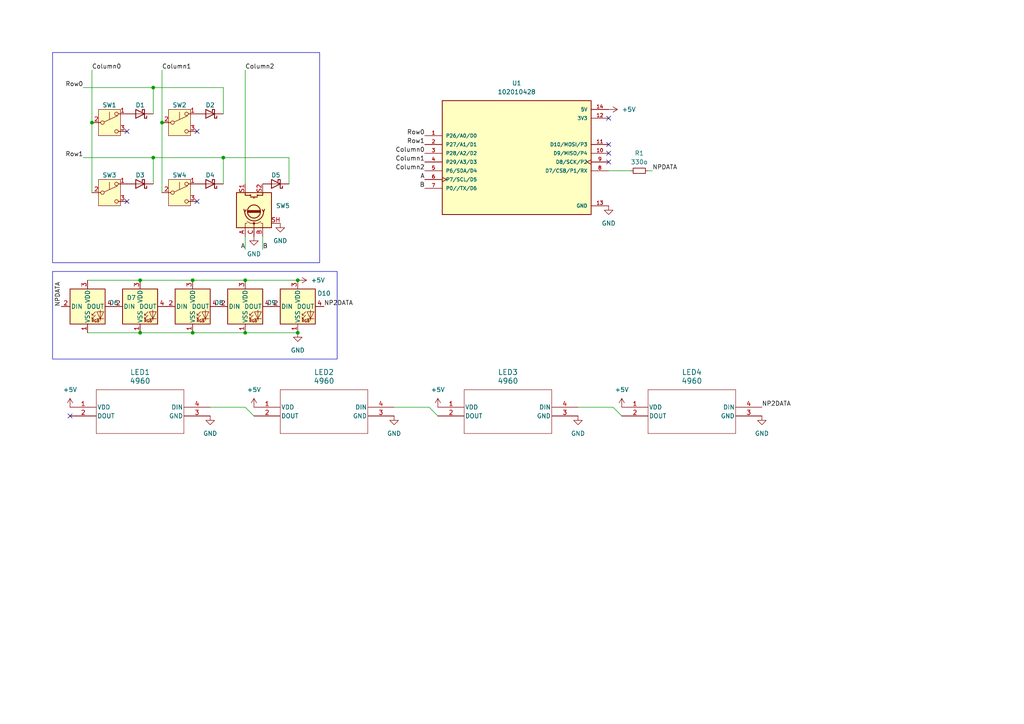
<source format=kicad_sch>
(kicad_sch (version 20230121) (generator eeschema)
  (paper "A4")
  (lib_symbols
    (symbol "102010428:102010428" (pin_names (offset 1.016))
      (property "Reference" "U" (at -22.86 17.78 0))
      (property "Value" "102010428" (at -22.86 -17.78 0))
      (symbol "102010428_0_0"
        (rectangle (start -22.86 -15.24) (end 20.32 17.78) (stroke (width 0.254)) (fill (type background)))
        (pin bidirectional line (at -27.94 7.62 0) (length 5.08) (name "P26/A0/D0") (number "1"))
        (pin bidirectional line (at 25.4 2.54 180) (length 5.08) (name "D9/MISO/P4") (number "10"))
        (pin bidirectional line (at 25.4 5.08 180) (length 5.08) (name "D10/MOSI/P3") (number "11"))
        (pin power_in line (at 25.4 12.7 180) (length 5.08) (name "3V3") (number "12"))
        (pin power_in line (at 25.4 -12.7 180) (length 5.08) (name "GND") (number "13"))
        (pin power_in line (at 25.4 15.24 180) (length 5.08) (name "5V") (number "14"))
        (pin bidirectional line (at -27.94 5.08 0) (length 5.08) (name "P27/A1/D1") (number "2"))
        (pin bidirectional line (at -27.94 2.54 0) (length 5.08) (name "P28/A2/D2") (number "3"))
        (pin bidirectional line (at -27.94 0 0) (length 5.08) (name "P29/A3/D3") (number "4"))
        (pin bidirectional line (at -27.94 -2.54 0) (length 5.08) (name "P6/SDA/D4") (number "5"))
        (pin bidirectional clock (at -27.94 -5.08 0) (length 5.08) (name "P7/SCL/D5") (number "6"))
        (pin bidirectional line (at -27.94 -7.62 0) (length 5.08) (name "P0//TX/D6") (number "7"))
        (pin bidirectional line (at 25.4 -2.54 180) (length 5.08) (name "D7/CSB/P1/RX") (number "8"))
        (pin bidirectional clock (at 25.4 0 180) (length 5.08) (name "D8/SCK/P2") (number "9"))
      )
    )
    (symbol "4960 reverse neopixel:4960" (pin_names (offset 0.254))
      (property "Reference" "LED" (at 20.32 10.16 0))
      (property "Value" "4960" (at 20.32 7.62 0))
      (symbol "4960_0_1"
        (polyline (pts (xy 7.62 -7.62) (xy 33.02 -7.62)) (stroke (width 0.127)))
        (polyline (pts (xy 7.62 5.08) (xy 7.62 -7.62)) (stroke (width 0.127)))
        (polyline (pts (xy 33.02 -7.62) (xy 33.02 5.08)) (stroke (width 0.127)))
        (polyline (pts (xy 33.02 5.08) (xy 7.62 5.08)) (stroke (width 0.127)))
        (pin power_in line (at 0 0 0) (length 7.62) (name "VDD") (number "1"))
        (pin output line (at 0 -2.54 0) (length 7.62) (name "DOUT") (number "2"))
        (pin power_out line (at 40.64 -2.54 180) (length 7.62) (name "GND") (number "3"))
        (pin input line (at 40.64 0 180) (length 7.62) (name "DIN") (number "4"))
      )
    )
    (symbol "Device:D_Schottky" (pin_numbers hide) (pin_names (offset 1.016) hide)
      (property "Reference" "D" (at 0 2.54 0))
      (property "Value" "D_Schottky" (at 0 -2.54 0))
      (symbol "D_Schottky_0_1"
        (polyline (pts (xy 1.27 0) (xy -1.27 0)))
        (polyline (pts (xy 1.27 1.27) (xy 1.27 -1.27) (xy -1.27 0) (xy 1.27 1.27)) (stroke (width 0.254)))
        (polyline (pts (xy -1.905 0.635) (xy -1.905 1.27) (xy -1.27 1.27) (xy -1.27 -1.27) (xy -0.635 -1.27) (xy -0.635 -0.635)) (stroke (width 0.254)))
      )
      (symbol "D_Schottky_1_1"
        (pin passive line (at -3.81 0 0) (length 2.54) (name "K") (number "1"))
        (pin passive line (at 3.81 0 180) (length 2.54) (name "A") (number "2"))
      )
    )
    (symbol "Device:R_Small" (pin_numbers hide) (pin_names (offset 0.254) hide)
      (property "Reference" "R" (at 0.762 0.508 0))
      (property "Value" "R_Small" (at 0.762 -1.016 0))
      (symbol "R_Small_0_1"
        (rectangle (start -0.762 1.778) (end 0.762 -1.778) (stroke (width 0.2032)))
      )
      (symbol "R_Small_1_1"
        (pin passive line (at 0 2.54 270) (length 0.762) (name "~") (number "1"))
        (pin passive line (at 0 -2.54 90) (length 0.762) (name "~") (number "2"))
      )
    )
    (symbol "Device:RotaryEncoder_Switch" (pin_names (offset 0.254) hide)
      (property "Reference" "SW14" (at 1.27 -6.35 90))
      (symbol "RotaryEncoder_Switch_0_1"
        (rectangle (start -5.08 5.08) (end 5.08 -5.08) (stroke (width 0.254)) (fill (type background)))
        (circle (center -3.81 0) (radius 0.254) (fill (type outline)))
        (circle (center -0.381 0) (radius 1.905) (stroke (width 0.254)))
        (arc (start -0.381 2.667) (mid -3.0988 -0.0635) (end -0.381 -2.794) (stroke (width 0.254)))
        (polyline (pts (xy -0.635 -1.778) (xy -0.635 1.778)) (stroke (width 0.254)))
        (polyline (pts (xy -0.381 -1.778) (xy -0.381 1.778)) (stroke (width 0.254)))
        (polyline (pts (xy -0.127 1.778) (xy -0.127 -1.778)) (stroke (width 0.254)))
        (polyline (pts (xy 3.81 0) (xy 3.429 0)) (stroke (width 0.254)))
        (polyline (pts (xy 3.81 1.016) (xy 3.81 -1.016)) (stroke (width 0.254)))
        (polyline (pts (xy -5.08 -2.54) (xy -3.81 -2.54) (xy -3.81 -2.032)))
        (polyline (pts (xy -5.08 2.54) (xy -3.81 2.54) (xy -3.81 2.032)))
        (polyline (pts (xy 0.254 -3.048) (xy -0.508 -2.794) (xy 0.127 -2.413)) (stroke (width 0.254)))
        (polyline (pts (xy 0.254 2.921) (xy -0.508 2.667) (xy 0.127 2.286)) (stroke (width 0.254)))
        (polyline (pts (xy 5.08 -2.54) (xy 4.318 -2.54) (xy 4.318 -1.016)) (stroke (width 0.254)))
        (polyline (pts (xy 5.08 2.54) (xy 4.318 2.54) (xy 4.318 1.016)) (stroke (width 0.254)))
        (polyline (pts (xy -5.08 0) (xy -3.81 0) (xy -3.81 -1.016) (xy -3.302 -2.032)))
        (polyline (pts (xy -4.318 0) (xy -3.81 0) (xy -3.81 1.016) (xy -3.302 2.032)))
        (circle (center 4.318 -1.016) (radius 0.127) (stroke (width 0.254)))
        (circle (center 4.318 1.016) (radius 0.127) (stroke (width 0.254)))
      )
      (symbol "RotaryEncoder_Switch_1_1"
        (pin passive line (at -7.62 2.54 0) (length 2.54) (name "A") (number "A"))
        (pin passive line (at -7.62 -2.54 0) (length 2.54) (name "B") (number "B"))
        (pin passive line (at -7.62 0 0) (length 2.54) (name "C") (number "C"))
        (pin passive line (at 7.62 2.54 180) (length 2.54) (name "S1") (number "S1"))
        (pin passive line (at 7.62 -2.54 180) (length 2.54) (name "S2") (number "S2"))
        (pin input line (at -3.81 -7.62 90) (length 2.54) (name "SHIELD") (number "SH"))
      )
    )
    (symbol "LED:SK6812" (pin_names (offset 0.254))
      (property "Reference" "D" (at 5.08 5.715 0))
      (property "Value" "SK6812" (at 1.27 -5.715 0))
      (symbol "SK6812_0_0"
        (text "RGB" (at 2.286 -4.191 0) (effects (font (size 0.762 0.762))))
      )
      (symbol "SK6812_0_1"
        (polyline (pts (xy 1.27 -3.556) (xy 1.778 -3.556)))
        (polyline (pts (xy 1.27 -2.54) (xy 1.778 -2.54)))
        (polyline (pts (xy 4.699 -3.556) (xy 2.667 -3.556)))
        (polyline (pts (xy 2.286 -2.54) (xy 1.27 -3.556) (xy 1.27 -3.048)))
        (polyline (pts (xy 2.286 -1.524) (xy 1.27 -2.54) (xy 1.27 -2.032)))
        (polyline (pts (xy 3.683 -1.016) (xy 3.683 -3.556) (xy 3.683 -4.064)))
        (polyline (pts (xy 4.699 -1.524) (xy 2.667 -1.524) (xy 3.683 -3.556) (xy 4.699 -1.524)))
        (rectangle (start 5.08 5.08) (end -5.08 -5.08) (stroke (width 0.254)) (fill (type background)))
      )
      (symbol "SK6812_1_1"
        (pin power_in line (at 0 -7.62 90) (length 2.54) (name "VSS") (number "1"))
        (pin input line (at -7.62 0 0) (length 2.54) (name "DIN") (number "2"))
        (pin power_in line (at 0 7.62 270) (length 2.54) (name "VDD") (number "3"))
        (pin output line (at 7.62 0 180) (length 2.54) (name "DOUT") (number "4"))
      )
    )
    (symbol "Switch:SW_Push_SPDT" (pin_names (offset 0) hide)
      (property "Reference" "SW" (at 0 5.08 0))
      (property "Value" "SW_Push_SPDT" (at 0 -5.08 0))
      (symbol "SW_Push_SPDT_0_0"
        (circle (center -2.032 0) (radius 0.508))
        (polyline (pts (xy 0 1.016) (xy 0 3.048)))
        (circle (center 2.032 -2.54) (radius 0.508))
      )
      (symbol "SW_Push_SPDT_0_1"
        (polyline (pts (xy -1.524 0.2032) (xy 2.3368 1.9812)))
        (circle (center 2.032 2.54) (radius 0.508))
      )
      (symbol "SW_Push_SPDT_1_1"
        (rectangle (start -3.175 3.81) (end 3.175 -3.81) (fill (type background)))
        (pin passive line (at 5.08 2.54 180) (length 2.54) (name "A") (number "1"))
        (pin passive line (at -5.08 0 0) (length 2.54) (name "B") (number "2"))
        (pin passive line (at 5.08 -2.54 180) (length 2.54) (name "C") (number "3"))
      )
    )
    (symbol "power:+5V" (power) (pin_names (offset 0))
      (property "Value" "+5V" (at 0 3.556 0))
      (symbol "+5V_0_1"
        (polyline (pts (xy -0.762 1.27) (xy 0 2.54)))
        (polyline (pts (xy 0 0) (xy 0 2.54)))
        (polyline (pts (xy 0 2.54) (xy 0.762 1.27)))
      )
      (symbol "+5V_1_1"
        (pin power_in line (at 0 0 90) (length 0) hide (name "+5V") (number "1"))
      )
    )
    (symbol "power:GND" (power) (pin_names (offset 0))
      (property "Value" "GND" (at 0 -3.81 0))
      (symbol "GND_0_1"
        (polyline (pts (xy 0 0) (xy 0 -1.27) (xy 1.27 -1.27) (xy 0 -2.54) (xy -1.27 -1.27) (xy 0 -1.27)))
      )
      (symbol "GND_1_1"
        (pin power_in line (at 0 0 270) (length 0) hide (name "GND") (number "1"))
      )
    )
  )
  (junction (at 71.12 81.28))
  (junction (at 26.67 35.56))
  (junction (at 55.88 96.52))
  (junction (at 40.64 81.28))
  (junction (at 55.88 81.28))
  (junction (at 44.45 25.4))
  (junction (at 86.36 81.28))
  (junction (at 46.99 35.56))
  (junction (at 86.36 96.52))
  (junction (at 44.45 45.72))
  (junction (at 71.12 96.52))
  (junction (at 40.64 96.52))
  (junction (at 64.77 45.72))
  (no_connect (at 36.83 38.1))
  (no_connect (at 176.53 34.29))
  (no_connect (at 57.15 58.42))
  (no_connect (at 176.53 44.45))
  (no_connect (at 176.53 41.91))
  (no_connect (at 36.83 58.42))
  (no_connect (at 176.53 46.99))
  (no_connect (at 20.32 120.65))
  (no_connect (at 57.15 38.1))
  (wire (pts (xy 64.77 45.72) (xy 83.82 45.72)))
  (wire (pts (xy 24.13 25.4) (xy 44.45 25.4)))
  (wire (pts (xy 64.77 25.4) (xy 64.77 33.02)))
  (wire (pts (xy 71.12 20.32) (xy 71.12 53.34)))
  (wire (pts (xy 46.99 35.56) (xy 46.99 55.88)))
  (wire (pts (xy 24.13 45.72) (xy 44.45 45.72)))
  (wire (pts (xy 55.88 81.28) (xy 71.12 81.28)))
  (wire (pts (xy 187.96 49.53) (xy 189.23 49.53)))
  (wire (pts (xy 71.12 72.39) (xy 71.12 68.58)))
  (wire (pts (xy 26.67 20.32) (xy 26.67 35.56)))
  (wire (pts (xy 44.45 45.72) (xy 64.77 45.72)))
  (wire (pts (xy 71.12 81.28) (xy 86.36 81.28)))
  (wire (pts (xy 177.8 118.11) (xy 180.34 120.65)))
  (wire (pts (xy 64.77 45.72) (xy 64.77 53.34)))
  (wire (pts (xy 40.64 81.28) (xy 55.88 81.28)))
  (wire (pts (xy 40.64 96.52) (xy 55.88 96.52)))
  (wire (pts (xy 124.46 118.11) (xy 127 120.65)))
  (wire (pts (xy 76.2 72.39) (xy 76.2 68.58)))
  (wire (pts (xy 176.53 49.53) (xy 182.88 49.53)))
  (wire (pts (xy 44.45 45.72) (xy 44.45 53.34)))
  (wire (pts (xy 25.4 96.52) (xy 40.64 96.52)))
  (wire (pts (xy 83.82 45.72) (xy 83.82 53.34)))
  (wire (pts (xy 55.88 96.52) (xy 71.12 96.52)))
  (wire (pts (xy 71.12 118.11) (xy 73.66 120.65)))
  (wire (pts (xy 71.12 96.52) (xy 86.36 96.52)))
  (wire (pts (xy 44.45 25.4) (xy 64.77 25.4)))
  (wire (pts (xy 167.64 118.11) (xy 177.8 118.11)))
  (wire (pts (xy 114.3 118.11) (xy 124.46 118.11)))
  (wire (pts (xy 25.4 81.28) (xy 40.64 81.28)))
  (wire (pts (xy 26.67 35.56) (xy 26.67 55.88)))
  (wire (pts (xy 46.99 20.32) (xy 46.99 35.56)))
  (wire (pts (xy 44.45 25.4) (xy 44.45 33.02)))
  (wire (pts (xy 60.96 118.11) (xy 71.12 118.11)))
  (rectangle (start 15.24 78.74) (end 97.79 104.14))
  (rectangle (start 15.24 15.24) (end 92.71 76.2))
  (label "Row0" (at 24.13 25.4 180))
  (label "NP2DATA" (at 93.98 88.9 0))
  (label "NPDATA" (at 189.23 49.53 0))
  (label "Column0" (at 123.19 44.45 180))
  (label "NPDATA" (at 17.78 88.9 90))
  (label "NP2DATA" (at 220.98 118.11 0))
  (label "Column0" (at 26.67 20.32 0))
  (label "Column1" (at 46.99 20.32 0))
  (label "Column1" (at 123.19 46.99 180))
  (label "B" (at 123.19 54.61 180))
  (label "Column2" (at 123.19 49.53 180))
  (label "B" (at 76.2 72.39 0))
  (label "A" (at 71.12 72.39 180))
  (label "Row1" (at 24.13 45.72 180))
  (label "Column2" (at 71.12 20.32 0))
  (label "Row1" (at 123.19 41.91 180))
  (label "Row0" (at 123.19 39.37 180))
  (label "A" (at 123.19 52.07 180))
  (symbol (lib_id "power:+5V") (at 127 118.11 0) (unit 1)
    (property "Reference" "#PWR013" (effects hide))
    (property "Value" "+5V" (at 127 113.03 0))
  )
  (symbol (lib_id "power:+5V") (at 180.34 118.11 0) (unit 1)
    (property "Reference" "#PWR014" (effects hide))
    (property "Value" "+5V" (at 180.34 113.03 0))
  )
  (symbol (lib_id "power:GND") (at 86.36 96.52 0) (unit 1)
    (property "Reference" "#PWR06" (effects hide))
    (property "Value" "GND" (at 86.36 101.6 0))
  )
  (symbol (lib_id "102010428:102010428") (at 151.13 46.99 0) (unit 1)
    (property "Reference" "U1" (at 149.86 24.13 0))
    (property "Value" "102010428" (at 149.86 26.67 0))
    (property "Footprint" "102010428:MODULE_102010428" (effects hide))
    (property "PARTREV" "1.3" (effects hide))
    (property "STANDARD" "Manufacturer Recommendations" (effects hide))
    (property "MAXIMUM_PACKAGE_HEIGHT" "N/A" (effects hide))
    (property "MANUFACTURER" "Seeedstudio" (effects hide))
  )
  (symbol (lib_id "4960 reverse neopixel:4960") (at 180.34 118.11 0) (unit 1)
    (property "Reference" "LED4" (at 200.66 107.95 0) (effects (font (size 1.524 1.524))))
    (property "Value" "4960" (at 200.66 110.49 0) (effects (font (size 1.524 1.524))))
    (property "Footprint" "4960 reverse neopixel:4960_ADA" (effects hide))
    (property "Datasheet" "4960" (effects hide))
  )
  (symbol (lib_id "power:+5V") (at 73.66 118.11 0) (unit 1)
    (property "Reference" "#PWR012" (effects hide))
    (property "Value" "+5V" (at 73.66 113.03 0))
  )
  (symbol (lib_id "power:+5V") (at 86.36 81.28 270) (unit 1)
    (property "Reference" "#PWR05" (effects hide))
    (property "Value" "+5V" (at 90.17 81.28 90) (effects (justify left)))
  )
  (symbol (lib_id "Device:R_Small") (at 185.42 49.53 90) (unit 1)
    (property "Reference" "R1" (at 185.42 44.45 90))
    (property "Value" "330o" (at 185.42 46.99 90))
    (property "Footprint" "Resistor_SMD:R_0603_1608Metric_Pad0.98x0.95mm_HandSolder" (effects hide))
  )
  (symbol (lib_id "LED:SK6812") (at 25.4 88.9 0) (unit 1)
    (property "Reference" "D6" (at 33.02 87.7921 0))
    (property "Value" "NeoPixel_THT" (effects hide))
    (property "Footprint" "LED_SMD:LED_SK6812_PLCC4_5.0x5.0mm_P3.2mm" (effects hide))
    (property "Datasheet" "https://cdn-shop.adafruit.com/product-files/1138/SK6812+LED+datasheet+.pdf" (effects hide))
  )
  (symbol (lib_id "Device:D_Schottky") (at 60.96 33.02 180) (unit 1)
    (property "Reference" "D2" (at 60.96 30.48 0))
    (property "Value" "D_Schottky" (effects hide))
    (property "Footprint" "Diode_SMD:D_0603_1608Metric" (effects hide))
  )
  (symbol (lib_id "Switch:SW_Push_SPDT") (at 52.07 55.88 0) (unit 1)
    (property "Reference" "SW4" (at 52.07 50.8 0))
    (property "Value" "SW_Push_SPDT" (effects hide))
    (property "Footprint" "KalihChocV1:Kailh_socket_MX" (effects hide))
  )
  (symbol (lib_id "Device:D_Schottky") (at 40.64 53.34 180) (unit 1)
    (property "Reference" "D3" (at 40.64 50.8 0))
    (property "Value" "D_Schottky" (effects hide))
    (property "Footprint" "Diode_SMD:D_0603_1608Metric" (effects hide))
  )
  (symbol (lib_id "power:+5V") (at 176.53 31.75 270) (unit 1)
    (property "Reference" "#PWR04" (effects hide))
    (property "Value" "+5V" (at 180.34 31.75 90) (effects (justify left)))
  )
  (symbol (lib_id "power:GND") (at 167.64 120.65 0) (unit 1)
    (property "Reference" "#PWR08" (effects hide))
    (property "Value" "GND" (at 167.64 125.73 0))
  )
  (symbol (lib_id "power:GND") (at 176.53 59.69 0) (unit 1)
    (property "Reference" "#PWR03" (effects hide))
    (property "Value" "GND" (at 176.53 64.77 0))
  )
  (symbol (lib_id "power:GND") (at 60.96 120.65 0) (unit 1)
    (property "Reference" "#PWR010" (effects hide))
    (property "Value" "GND" (at 60.96 125.73 0))
  )
  (symbol (lib_id "LED:SK6812") (at 55.88 88.9 0) (unit 1)
    (property "Reference" "D8" (at 63.5 87.7921 0))
    (property "Value" "NeoPixel_THT" (effects hide))
    (property "Footprint" "LED_SMD:LED_SK6812_PLCC4_5.0x5.0mm_P3.2mm" (effects hide))
    (property "Datasheet" "https://cdn-shop.adafruit.com/product-files/1138/SK6812+LED+datasheet+.pdf" (effects hide))
  )
  (symbol (lib_id "power:GND") (at 81.28 64.77 0) (unit 1)
    (property "Reference" "#PWR01" (effects hide))
    (property "Value" "GND" (at 81.28 69.85 0))
  )
  (symbol (lib_id "Device:D_Schottky") (at 60.96 53.34 180) (unit 1)
    (property "Reference" "D4" (at 60.96 50.8 0))
    (property "Value" "D_Schottky" (effects hide))
    (property "Footprint" "Diode_SMD:D_0603_1608Metric" (effects hide))
  )
  (symbol (lib_id "4960 reverse neopixel:4960") (at 73.66 118.11 0) (unit 1)
    (property "Reference" "LED2" (at 93.98 107.95 0) (effects (font (size 1.524 1.524))))
    (property "Value" "4960" (at 93.98 110.49 0) (effects (font (size 1.524 1.524))))
    (property "Footprint" "4960 reverse neopixel:4960_ADA" (effects hide))
    (property "Datasheet" "4960" (effects hide))
  )
  (symbol (lib_id "Switch:SW_Push_SPDT") (at 52.07 35.56 0) (unit 1)
    (property "Reference" "SW2" (at 52.07 30.48 0))
    (property "Value" "SW_Push_SPDT" (effects hide))
    (property "Footprint" "KalihChocV1:Kailh_socket_MX" (effects hide))
  )
  (symbol (lib_id "power:+5V") (at 20.32 118.11 0) (unit 1)
    (property "Reference" "#PWR011" (effects hide))
    (property "Value" "+5V" (at 20.32 113.03 0))
  )
  (symbol (lib_id "power:GND") (at 220.98 120.65 0) (unit 1)
    (property "Reference" "#PWR07" (effects hide))
    (property "Value" "GND" (at 220.98 125.73 0))
  )
  (symbol (lib_id "LED:SK6812") (at 40.64 88.9 0) (unit 1)
    (property "Reference" "D7" (at 38.1 86.36 0))
    (property "Value" "NeoPixel_THT" (effects hide))
    (property "Footprint" "LED_SMD:LED_SK6812_PLCC4_5.0x5.0mm_P3.2mm" (effects hide))
    (property "Datasheet" "https://cdn-shop.adafruit.com/product-files/1138/SK6812+LED+datasheet+.pdf" (effects hide))
  )
  (symbol (lib_id "Switch:SW_Push_SPDT") (at 31.75 55.88 0) (unit 1)
    (property "Reference" "SW3" (at 31.75 50.8 0))
    (property "Value" "SW_Push_SPDT" (effects hide))
    (property "Footprint" "KalihChocV1:Kailh_socket_MX" (effects hide))
  )
  (symbol (lib_id "power:GND") (at 114.3 120.65 0) (unit 1)
    (property "Reference" "#PWR09" (effects hide))
    (property "Value" "GND" (at 114.3 125.73 0))
  )
  (symbol (lib_id "Switch:SW_Push_SPDT") (at 31.75 35.56 0) (unit 1)
    (property "Reference" "SW1" (at 31.75 30.48 0))
    (property "Value" "SW_Push_SPDT" (effects hide))
    (property "Footprint" "KalihChocV1:Kailh_socket_MX" (effects hide))
  )
  (symbol (lib_id "LED:SK6812") (at 86.36 88.9 0) (unit 1)
    (property "Reference" "D10" (at 93.98 85.09 0))
    (property "Value" "NeoPixel_THT" (effects hide))
    (property "Footprint" "LED_SMD:LED_SK6812_PLCC4_5.0x5.0mm_P3.2mm" (effects hide))
    (property "Datasheet" "https://cdn-shop.adafruit.com/product-files/1138/SK6812+LED+datasheet+.pdf" (effects hide))
  )
  (symbol (lib_id "4960 reverse neopixel:4960") (at 127 118.11 0) (unit 1)
    (property "Reference" "LED3" (at 147.32 107.95 0) (effects (font (size 1.524 1.524))))
    (property "Value" "4960" (at 147.32 110.49 0) (effects (font (size 1.524 1.524))))
    (property "Footprint" "4960 reverse neopixel:4960_ADA" (effects hide))
    (property "Datasheet" "4960" (effects hide))
  )
  (symbol (lib_id "power:GND") (at 73.66 68.58 0) (unit 1)
    (property "Reference" "#PWR02" (effects hide))
    (property "Value" "GND" (at 73.66 73.66 0))
  )
  (symbol (lib_id "4960 reverse neopixel:4960") (at 20.32 118.11 0) (unit 1)
    (property "Reference" "LED1" (at 40.64 107.95 0) (effects (font (size 1.524 1.524))))
    (property "Value" "4960" (at 40.64 110.49 0) (effects (font (size 1.524 1.524))))
    (property "Footprint" "4960 reverse neopixel:4960_ADA" (effects hide))
    (property "Datasheet" "4960" (effects hide))
  )
  (symbol (lib_id "Device:D_Schottky") (at 40.64 33.02 180) (unit 1)
    (property "Reference" "D1" (at 40.64 30.48 0))
    (property "Value" "D_Schottky" (effects hide))
    (property "Footprint" "Diode_SMD:D_0603_1608Metric" (effects hide))
  )
  (symbol (lib_id "Device:RotaryEncoder_Switch") (at 73.66 60.96 90) (unit 1)
    (property "Reference" "SW5" (at 80.01 59.69 90) (effects (justify right)))
    (property "Value" "RotaryEncoder_Switch" (effects hide))
    (property "Footprint" "Rotary_Encoder:RotaryEncoder_Bourns_Vertical_PEC12R-3x17F-Sxxxx" (effects hide))
  )
  (symbol (lib_id "Device:D_Schottky") (at 80.01 53.34 180) (unit 1)
    (property "Reference" "D5" (at 80.01 50.8 0))
    (property "Value" "D_Schottky" (effects hide))
    (property "Footprint" "Diode_SMD:D_0603_1608Metric" (effects hide))
  )
  (symbol (lib_id "LED:SK6812") (at 71.12 88.9 0) (unit 1)
    (property "Reference" "D9" (at 78.74 87.7921 0))
    (property "Value" "NeoPixel_THT" (effects hide))
    (property "Footprint" "LED_SMD:LED_SK6812_PLCC4_5.0x5.0mm_P3.2mm" (effects hide))
    (property "Datasheet" "https://cdn-shop.adafruit.com/product-files/1138/SK6812+LED+datasheet+.pdf" (effects hide))
  )
)
</source>
